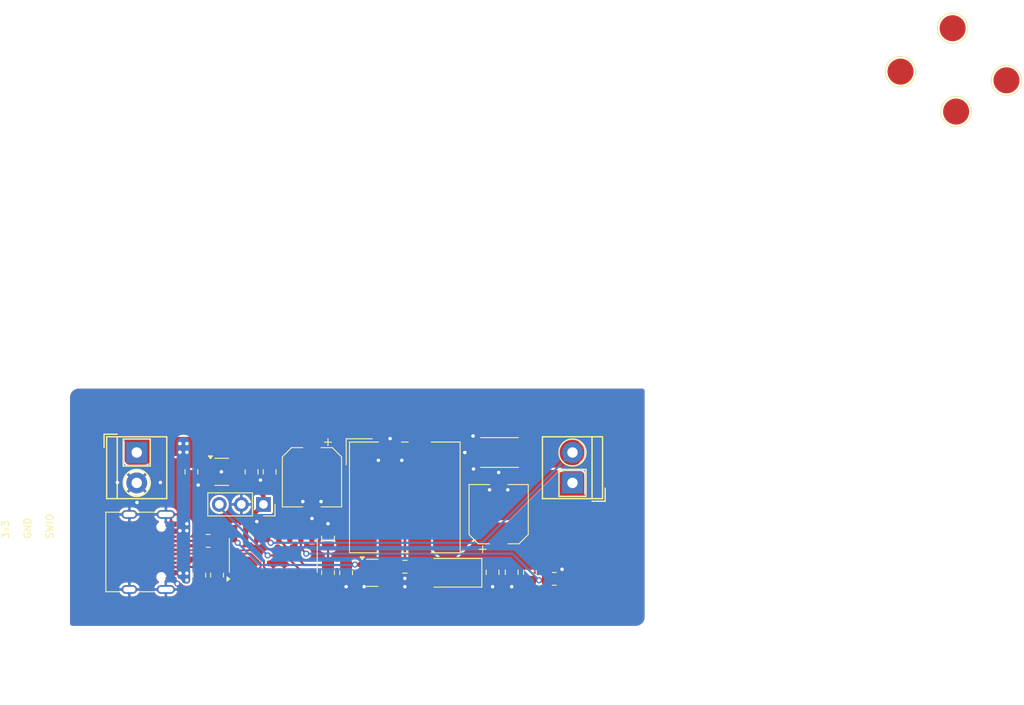
<source format=kicad_pcb>
(kicad_pcb (version 20240108) (generator "pcbnew") (generator_version "8.0")
  (title_block (title "CCCCPPPS") (date "2024-11-09") (rev "MkII") (comment 1 "ADBeta"))
  (layers (0 "F.Cu" signal) (31 "B.Cu" signal) (34 "B.Paste" user) (35 "F.Paste" user) (36 "B.SilkS" user "B.Silkscreen") (37 "F.SilkS" user "F.Silkscreen") (38 "B.Mask" user) (39 "F.Mask" user) (44 "Edge.Cuts" user))
  (net 0 "")
  (net 1 "GND")
  (net 2 "VBUS_5V_USB")
  (net 3 "VBUS_3V3")
  (net 4 "/L_IN")
  (net 5 "/L_OUT")
  (net 6 "VBUS_OUT_POS")
  (net 7 "/SWIO")
  (net 8 "/USB_DN")
  (net 9 "/USB_DP")
  (net 10 "Net-(J2-CC1)")
  (net 13 "Net-(J2-CC2)")
  (net 14 "VBUS_OUT_NEG")
  (net 15 "/PSU_PWM")
  (net 16 "/USB_DPU")
  (net 17 "/VOUT_FB")
  (net 18 "/ISENSE_OPA-")
  (net 19 "/ISENSE")
  (footprint "Resistor_SMD:R_0805_2012Metric" (layer "F.Cu") (at 142.9 150.8875 -90)
    (property "Reference" "R8" (hide yes))
    (property "Value" "220R")
    (fp_line (start -0.227064 0.735) (end 0.227064 0.735) (stroke (width 0.12)) (layer "F.SilkS"))
    (fp_line (start -0.227064 -0.735) (end 0.227064 -0.735) (stroke (width 0.12)) (layer "F.SilkS"))
    (pad "1" smd roundrect (at -0.9125 0 270) (size 1.025 1.4) (layers "F.Cu" "F.Paste" "F.Mask") (roundrect_rratio 0.243902) (net 1 "GND"))
    (pad "2" smd roundrect (at 0.9125 0 270) (size 1.025 1.4) (layers "F.Cu" "F.Paste" "F.Mask") (roundrect_rratio 0.243902) (net 18 "/ISENSE_OPA-"))
  )
  (footprint "TestPoint:TestPoint_Pad_D3.0mm" (layer "F.Cu") (at 221.0225 98.195)
    (property "Reference" "TP1" (hide yes))
    (property "Value" "VOUT")
    (fp_circle (center 0 0) (end 0 1.75) (stroke (width 0.12)) (fill none) (layer "F.SilkS"))
    (pad "1" smd circle (at 0 0) (size 3 3) (layers "F.Cu" "F.Mask") (net 6 "VBUS_OUT_POS"))
  )
  (footprint "Resistor_SMD:R_0805_2012Metric" (layer "F.Cu") (at 130.125 155.1625 -90)
    (property "Reference" "R3" (hide yes))
    (property "Value" "1K5")
    (fp_line (start -0.227064 0.735) (end 0.227064 0.735) (stroke (width 0.12)) (layer "F.SilkS"))
    (fp_line (start -0.227064 -0.735) (end 0.227064 -0.735) (stroke (width 0.12)) (layer "F.SilkS"))
    (pad "1" smd roundrect (at -0.9125 0 270) (size 1.025 1.4) (layers "F.Cu" "F.Paste" "F.Mask") (roundrect_rratio 0.243902) (net 8 "/USB_DN"))
    (pad "2" smd roundrect (at 0.9125 0 270) (size 1.025 1.4) (layers "F.Cu" "F.Paste" "F.Mask") (roundrect_rratio 0.243902) (net 16 "/USB_DPU"))
  )
  (footprint "Resistor_SMD:R_0805_2012Metric" (layer "F.Cu") (at 128.075 155.1625 -90)
    (property "Reference" "R2" (hide yes))
    (property "Value" "5K1")
    (fp_line (start -0.227064 0.735) (end 0.227064 0.735) (stroke (width 0.12)) (layer "F.SilkS"))
    (fp_line (start -0.227064 -0.735) (end 0.227064 -0.735) (stroke (width 0.12)) (layer "F.SilkS"))
    (pad "1" smd roundrect (at -0.9125 0 270) (size 1.025 1.4) (layers "F.Cu" "F.Paste" "F.Mask") (roundrect_rratio 0.243902) (net 13 "Net-(J2-CC2)"))
    (pad "2" smd roundrect (at 0.9125 0 270) (size 1.025 1.4) (layers "F.Cu" "F.Paste" "F.Mask") (roundrect_rratio 0.243902) (net 1 "GND"))
  )
  (footprint "Custom_Footprints:PCB_Terminal_Block_2-P3.5" (layer "F.Cu") (at 120.875 141.05 -90)
    (property "Reference" "J4" (hide yes))
    (property "Value" "CONN_IN" (hide yes))
    (fp_line (start -2.11 3.76) (end -0.600001 3.76) (stroke (width 0.16)) (layer "F.SilkS"))
    (fp_line (start 5.31 3.459999) (end -1.81 3.46) (stroke (width 0.16)) (layer "F.SilkS"))
    (fp_line (start -2.11 2.25) (end -2.11 3.76) (stroke (width 0.16)) (layer "F.SilkS"))
    (fp_line (start -1.81 2.25) (end 5.31 2.25) (stroke (width 0.16)) (layer "F.SilkS"))
    (fp_line (start -1.555 1.555) (end -1.555 -1.555) (stroke (width 0.16)) (layer "F.SilkS"))
    (fp_line (start 1.555 1.555) (end -1.555 1.555) (stroke (width 0.16)) (layer "F.SilkS"))
    (fp_line (start -1.555 -1.555) (end 1.555 -1.555) (stroke (width 0.16)) (layer "F.SilkS"))
    (fp_line (start 1.555 -1.555) (end 1.555 1.555) (stroke (width 0.16)) (layer "F.SilkS"))
    (fp_line (start 5.31 -3.459999) (end 5.31 3.459999) (stroke (width 0.16)) (layer "F.SilkS"))
    (fp_line (start -1.81 -3.46) (end -1.81 3.46) (stroke (width 0.16)) (layer "F.SilkS"))
    (fp_line (start -1.81 -3.46) (end 5.31 -3.459999) (stroke (width 0.16)) (layer "F.SilkS"))
    (fp_circle (center 3.5 0) (end 1.945 0) (stroke (width 0.16)) (fill none) (layer "F.SilkS"))
    (pad "1" thru_hole rect (at 0 0 270) (size 2.4 2.4) (drill 1.2) (layers "*.Cu" "*.Mask") (net 2 "VBUS_5V_USB"))
    (pad "2" thru_hole circle (at 3.5 0 270) (size 2.4 2.4) (drill 1.2) (layers "*.Cu" "*.Mask") (net 1 "GND"))
  )
  (footprint "Connector_PinSocket_2.54mm:PinSocket_1x03_P2.54mm_Vertical" (layer "F.Cu") (at 135.465 147.025 -90)
    (property "Reference" "J1" (hide yes))
    (property "Value" "PROG_HEADER" (hide yes))
    (fp_line (start -1.33 6.409999) (end 1.33 6.409999) (stroke (width 0.12)) (layer "F.SilkS"))
    (fp_line (start -1.33 1.270001) (end -1.33 6.409999) (stroke (width 0.12)) (layer "F.SilkS"))
    (fp_line (start -1.33 1.270001) (end 1.33 1.270001) (stroke (width 0.12)) (layer "F.SilkS"))
    (fp_line (start 1.33 1.270001) (end 1.33 6.409999) (stroke (width 0.12)) (layer "F.SilkS"))
    (fp_line (start 0 -1.33) (end 1.33 -1.33) (stroke (width 0.12)) (layer "F.SilkS"))
    (fp_line (start 1.33 -1.33) (end 1.33 0) (stroke (width 0.12)) (layer "F.SilkS"))
    (pad "1" thru_hole rect (at 0 0 270) (size 1.7 1.7) (drill 1) (layers "*.Cu" "*.Mask") (net 3 "VBUS_3V3"))
    (pad "2" thru_hole oval (at 0 2.54 270) (size 1.7 1.7) (drill 1) (layers "*.Cu" "*.Mask") (net 1 "GND"))
    (pad "3" thru_hole oval (at 0 5.079999 270) (size 1.7 1.7) (drill 1) (layers "*.Cu" "*.Mask") (net 7 "/SWIO"))
  )
  (footprint "Package_TO_SOT_SMD:SOT-23-5" (layer "F.Cu") (at 130.6625 143.275001)
    (property "Reference" "U3" (hide yes))
    (property "Value" "AP2112K-3.3")
    (fp_line (start 0 -1.56) (end -0.8 -1.56) (stroke (width 0.12)) (layer "F.SilkS"))
    (fp_line (start 0 -1.56) (end 0.8 -1.56) (stroke (width 0.12)) (layer "F.SilkS"))
    (fp_line (start 0 1.56) (end -0.8 1.56) (stroke (width 0.12)) (layer "F.SilkS"))
    (fp_line (start 0 1.56) (end 0.8 1.56) (stroke (width 0.12)) (layer "F.SilkS"))
    (fp_poly (pts (xy -1.3 -1.51) (xy -1.54 -1.84) (xy -1.06 -1.84) (xy -1.3 -1.51)) (stroke (width 0.12)) (fill solid) (layer "F.SilkS"))
    (pad "1" smd roundrect (at -1.1375 -0.95) (size 1.325 0.6) (layers "F.Cu" "F.Paste" "F.Mask") (net 2 "VBUS_5V_USB"))
    (pad "2" smd roundrect (at -1.1375 0) (size 1.325 0.6) (layers "F.Cu" "F.Paste" "F.Mask") (net 1 "GND"))
    (pad "3" smd roundrect (at -1.1375 0.95) (size 1.325 0.6) (layers "F.Cu" "F.Paste" "F.Mask") (net 2 "VBUS_5V_USB"))
    (pad "4" smd roundrect (at 1.1375 0.95) (size 1.325 0.6) (layers "F.Cu" "F.Paste" "F.Mask"))
    (pad "5" smd roundrect (at 1.1375 -0.95) (size 1.325 0.6) (layers "F.Cu" "F.Paste" "F.Mask") (net 3 "VBUS_3V3"))
  )
  (footprint "Resistor_SMD:R_0805_2012Metric" (layer "F.Cu") (at 166.15 154.85 -90)
    (property "Reference" "R5" (hide yes))
    (property "Value" "39K")
    (fp_line (start -0.227064 0.735) (end 0.227064 0.735) (stroke (width 0.12)) (layer "F.SilkS"))
    (fp_line (start -0.227064 -0.735) (end 0.227064 -0.735) (stroke (width 0.12)) (layer "F.SilkS"))
    (pad "1" smd roundrect (at -0.9125 0 270) (size 1.025 1.4) (layers "F.Cu" "F.Paste" "F.Mask") (roundrect_rratio 0.243902) (net 6 "VBUS_OUT_POS"))
    (pad "2" smd roundrect (at 0.9125 0 270) (size 1.025 1.4) (layers "F.Cu" "F.Paste" "F.Mask") (roundrect_rratio 0.243902) (net 17 "/VOUT_FB"))
  )
  (footprint "Capacitor_SMD:CP_Elec_6.3x5.2" (layer "F.Cu") (at 141.05 143.9 -90)
    (property "Reference" "C8" (hide yes))
    (property "Value" "100uF")
    (fp_line (start -2.345563 3.410001) (end 3.41 3.41) (stroke (width 0.12)) (layer "F.SilkS"))
    (fp_line (start 3.41 3.41) (end 3.41 1.06) (stroke (width 0.12)) (layer "F.SilkS"))
    (fp_line (start -3.410001 2.345563) (end -2.345563 3.410001) (stroke (width 0.12)) (layer "F.SilkS"))
    (fp_line (start -3.410001 2.345563) (end -3.41 1.06) (stroke (width 0.12)) (layer "F.SilkS"))
    (fp_line (start -4.4375 -1.8475) (end -3.65 -1.8475) (stroke (width 0.12)) (layer "F.SilkS"))
    (fp_line (start -4.04375 -2.24125) (end -4.043751 -1.45375) (stroke (width 0.12)) (layer "F.SilkS"))
    (fp_line (start -3.410001 -2.345563) (end -3.41 -1.06) (stroke (width 0.12)) (layer "F.SilkS"))
    (fp_line (start -3.410001 -2.345563) (end -2.345563 -3.410001) (stroke (width 0.12)) (layer "F.SilkS"))
    (fp_line (start 3.41 -3.41) (end 3.41 -1.06) (stroke (width 0.12)) (layer "F.SilkS"))
    (fp_line (start -2.345563 -3.410001) (end 3.41 -3.41) (stroke (width 0.12)) (layer "F.SilkS"))
    (pad "1" smd roundrect (at -2.8 0 270) (size 3.5 1.6) (layers "F.Cu" "F.Paste" "F.Mask") (roundrect_rratio 0.15625) (net 2 "VBUS_5V_USB"))
    (pad "2" smd roundrect (at 2.8 0 270) (size 3.5 1.6) (layers "F.Cu" "F.Paste" "F.Mask") (roundrect_rratio 0.15625) (net 1 "GND"))
  )
  (footprint "Resistor_SMD:R_0805_2012Metric" (layer "F.Cu") (at 144.987501 154.899999 -90)
    (property "Reference" "R4" (hide yes))
    (property "Value" "10K")
    (fp_line (start -0.227064 0.735) (end 0.227064 0.735) (stroke (width 0.12)) (layer "F.SilkS"))
    (fp_line (start -0.227064 -0.735) (end 0.227064 -0.735) (stroke (width 0.12)) (layer "F.SilkS"))
    (pad "1" smd roundrect (at -0.9125 0 270) (size 1.025 1.4) (layers "F.Cu" "F.Paste" "F.Mask") (roundrect_rratio 0.243902) (net 15 "/PSU_PWM"))
    (pad "2" smd roundrect (at 0.9125 0 270) (size 1.025 1.4) (layers "F.Cu" "F.Paste" "F.Mask") (roundrect_rratio 0.243902) (net 1 "GND"))
  )
  (footprint "Connector_USB:USB_C_Receptacle_G-Switch_GT-USB-7010ASV" (layer "F.Cu") (at 121.1 152.5 -90)
    (property "Reference" "J2" (hide yes))
    (property "Value" "USB_C")
    (fp_line (start -4.58 3.785) (end -4.58 2.08) (stroke (width 0.12)) (layer "F.SilkS"))
    (fp_line (start 4.58 3.785) (end -4.58 3.785) (stroke (width 0.12)) (layer "F.SilkS"))
    (fp_line (start 4.58 2.08) (end 4.58 3.785) (stroke (width 0.12)) (layer "F.SilkS"))
    (fp_line (start 4.580001 0.07) (end 4.580001 -1.85) (stroke (width 0.12)) (layer "F.SilkS"))
    (fp_line (start -4.580001 -1.85) (end -4.580001 0.07) (stroke (width 0.12)) (layer "F.SilkS"))
    (pad "" np_thru_hole circle (at -2.89 -2.605 270) (size 0.65 0.65) (drill 0.65) (layers "*.Cu" "*.Mask"))
    (pad "" np_thru_hole circle (at 2.89 -2.605 270) (size 0.65 0.65) (drill 0.65) (layers "*.Cu" "*.Mask"))
    (pad "A1" smd rect (at -3.2 -3.725 270) (size 0.6 1.24) (layers "F.Cu" "F.Paste" "F.Mask") (net 1 "GND"))
    (pad "A4" smd rect (at -2.4 -3.725 270) (size 0.6 1.24) (layers "F.Cu" "F.Paste" "F.Mask") (net 2 "VBUS_5V_USB"))
    (pad "A5" smd rect (at -1.25 -3.725 270) (size 0.3 1.24) (layers "F.Cu" "F.Paste" "F.Mask") (net 10 "Net-(J2-CC1)"))
    (pad "A6" smd rect (at -0.25 -3.725 270) (size 0.3 1.24) (layers "F.Cu" "F.Paste" "F.Mask") (net 9 "/USB_DP"))
    (pad "A7" smd rect (at 0.25 -3.725 270) (size 0.3 1.24) (layers "F.Cu" "F.Paste" "F.Mask") (net 8 "/USB_DN"))
    (pad "A8" smd rect (at 1.25 -3.725 270) (size 0.3 1.24) (layers "F.Cu" "F.Paste" "F.Mask"))
    (pad "A9" smd rect (at 2.4 -3.725 270) (size 0.6 1.24) (layers "F.Cu" "F.Paste" "F.Mask") (net 2 "VBUS_5V_USB"))
    (pad "A12" smd rect (at 3.2 -3.725 270) (size 0.6 1.24) (layers "F.Cu" "F.Paste" "F.Mask") (net 1 "GND"))
    (pad "B1" smd rect (at 3.2 -3.725 270) (size 0.6 1.24) (layers "F.Cu" "F.Paste" "F.Mask") (net 1 "GND"))
    (pad "B4" smd rect (at 2.4 -3.725 270) (size 0.6 1.24) (layers "F.Cu" "F.Paste" "F.Mask") (net 2 "VBUS_5V_USB"))
    (pad "B5" smd rect (at 1.75 -3.725 270) (size 0.3 1.24) (layers "F.Cu" "F.Paste" "F.Mask") (net 13 "Net-(J2-CC2)"))
    (pad "B6" smd rect (at 0.75 -3.725 270) (size 0.3 1.24) (layers "F.Cu" "F.Paste" "F.Mask") (net 9 "/USB_DP"))
    (pad "B7" smd rect (at -0.75 -3.725 270) (size 0.3 1.24) (layers "F.Cu" "F.Paste" "F.Mask") (net 8 "/USB_DN"))
    (pad "B8" smd rect (at -1.75 -3.725 270) (size 0.3 1.24) (layers "F.Cu" "F.Paste" "F.Mask"))
    (pad "B9" smd rect (at -2.4 -3.725 270) (size 0.6 1.24) (layers "F.Cu" "F.Paste" "F.Mask") (net 2 "VBUS_5V_USB"))
    (pad "B12" smd rect (at -3.2 -3.725 270) (size 0.6 1.24) (layers "F.Cu" "F.Paste" "F.Mask") (net 1 "GND"))
    (pad "S1" thru_hole oval (at -4.32 -3.125 270) (size 1 2.1) (drill oval 0.6 1.7) (layers "*.Cu" "*.Mask") (net 1 "GND"))
    (pad "S1" thru_hole oval (at -4.32 1.075 270) (size 1 1.8) (drill oval 0.6 1.4) (layers "*.Cu" "*.Mask") (net 1 "GND"))
    (pad "S1" thru_hole oval (at 4.32 -3.125 270) (size 1 2.1) (drill oval 0.6 1.7) (layers "*.Cu" "*.Mask") (net 1 "GND"))
    (pad "S1" thru_hole oval (at 4.32 1.075 270) (size 1 1.8) (drill oval 0.6 1.4) (layers "*.Cu" "*.Mask") (net 1 "GND"))
  )
  (footprint "Package_TO_SOT_SMD:SOT-23" (layer "F.Cu") (at 148 154.9)
    (property "Reference" "Q1" (hide yes))
    (property "Value" "AO3400A")
    (fp_line (start 0 -1.560001) (end -0.65 -1.56) (stroke (width 0.12)) (layer "F.SilkS"))
    (fp_line (start 0 -1.560001) (end 0.65 -1.56) (stroke (width 0.12)) (layer "F.SilkS"))
    (fp_line (start 0 1.560001) (end -0.65 1.56) (stroke (width 0.12)) (layer "F.SilkS"))
    (fp_line (start 0 1.560001) (end 0.65 1.56) (stroke (width 0.12)) (layer "F.SilkS"))
    (fp_poly (pts (xy -1.1625 -1.51) (xy -1.4025 -1.84) (xy -0.9225 -1.839999) (xy -1.1625 -1.51)) (stroke (width 0.12)) (fill solid) (layer "F.SilkS"))
    (pad "1" smd roundrect (at -0.9375 -0.95) (size 1.475 0.6) (layers "F.Cu" "F.Paste" "F.Mask") (net 15 "/PSU_PWM"))
    (pad "2" smd roundrect (at -0.9375 0.95) (size 1.475 0.6) (layers "F.Cu" "F.Paste" "F.Mask") (net 1 "GND"))
    (pad "3" smd roundrect (at 0.937501 0) (size 1.475 0.6) (layers "F.Cu" "F.Paste" "F.Mask") (net 4 "/L_IN"))
  )
  (footprint "Resistor_SMD:R_0805_2012Metric" (layer "F.Cu") (at 129.1 151.225)
    (property "Reference" "R1" (hide yes))
    (property "Value" "5K1")
    (fp_line (start -0.227064 -0.735) (end 0.227064 -0.735) (stroke (width 0.12)) (layer "F.SilkS"))
    (fp_line (start -0.227064 0.735) (end 0.227064 0.735) (stroke (width 0.12)) (layer "F.SilkS"))
    (pad "1" smd roundrect (at -0.9125 0) (size 1.025 1.4) (layers "F.Cu" "F.Paste" "F.Mask") (roundrect_rratio 0.243902) (net 10 "Net-(J2-CC1)"))
    (pad "2" smd roundrect (at 0.9125 0) (size 1.025 1.4) (layers "F.Cu" "F.Paste" "F.Mask") (roundrect_rratio 0.243902) (net 1 "GND"))
  )
  (footprint "Capacitor_SMD:C_0805_2012Metric" (layer "F.Cu") (at 134.1 143.275001 -90)
    (property "Reference" "C2" (hide yes))
    (property "Value" "10uF")
    (fp_line (start -0.261253 0.735) (end 0.261253 0.735) (stroke (width 0.12)) (layer "F.SilkS"))
    (fp_line (start -0.261253 -0.735) (end 0.261253 -0.735) (stroke (width 0.12)) (layer "F.SilkS"))
    (pad "1" smd roundrect (at -0.949999 0 270) (size 1 1.45) (layers "F.Cu" "F.Paste" "F.Mask") (net 3 "VBUS_3V3"))
    (pad "2" smd roundrect (at 0.949999 0 270) (size 1 1.45) (layers "F.Cu" "F.Paste" "F.Mask") (net 1 "GND"))
  )
  (footprint "Capacitor_SMD:C_0805_2012Metric" (layer "F.Cu") (at 161.85 154.849999 -90)
    (property "Reference" "C6" (hide yes))
    (property "Value" "10uF")
    (fp_line (start -0.261253 0.735) (end 0.261253 0.735) (stroke (width 0.12)) (layer "F.SilkS"))
    (fp_line (start -0.261253 -0.735) (end 0.261253 -0.735) (stroke (width 0.12)) (layer "F.SilkS"))
    (pad "1" smd roundrect (at -0.949999 0 270) (size 1 1.45) (layers "F.Cu" "F.Paste" "F.Mask") (net 6 "VBUS_OUT_POS"))
    (pad "2" smd roundrect (at 0.949999 0 270) (size 1 1.45) (layers "F.Cu" "F.Paste" "F.Mask") (net 1 "GND"))
  )
  (footprint "Package_SO:SOP-16_3.9x9.9mm_P1.27mm" (layer "F.Cu") (at 136.6 152.8875 90)
    (property "Reference" "U2" (hide yes))
    (property "Value" "CH32V003AxMx")
    (fp_line (start 0 -5.06) (end 1.95 -5.06) (stroke (width 0.12)) (layer "F.SilkS"))
    (fp_line (start 0 -5.06) (end -1.95 -5.06) (stroke (width 0.12)) (layer "F.SilkS"))
    (fp_line (start 0 5.06) (end 1.95 5.06) (stroke (width 0.12)) (layer "F.SilkS"))
    (fp_line (start 0 5.06) (end -1.95 5.06) (stroke (width 0.12)) (layer "F.SilkS"))
    (fp_poly (pts (xy -2.725 -5.004999) (xy -2.965 -5.335) (xy -2.485 -5.335) (xy -2.725 -5.004999)) (stroke (width 0.12)) (fill solid) (layer "F.SilkS"))
    (pad "1" smd roundrect (at -2.5 -4.445001 90) (size 2 0.6) (layers "F.Cu" "F.Paste" "F.Mask"))
    (pad "2" smd roundrect (at -2.5 -3.175 90) (size 2 0.6) (layers "F.Cu" "F.Paste" "F.Mask") (net 16 "/USB_DPU"))
    (pad "3" smd roundrect (at -2.5 -1.904999 90) (size 2 0.6) (layers "F.Cu" "F.Paste" "F.Mask") (net 8 "/USB_DN"))
    (pad "4" smd roundrect (at -2.5 -0.635 90) (size 2 0.6) (layers "F.Cu" "F.Paste" "F.Mask") (net 9 "/USB_DP"))
    (pad "5" smd roundrect (at -2.5 0.635 90) (size 2 0.6) (layers "F.Cu" "F.Paste" "F.Mask"))
    (pad "6" smd roundrect (at -2.5 1.904999 90) (size 2 0.6) (layers "F.Cu" "F.Paste" "F.Mask"))
    (pad "7" smd roundrect (at -2.5 3.175 90) (size 2 0.6) (layers "F.Cu" "F.Paste" "F.Mask") (net 7 "/SWIO"))
    (pad "8" smd roundrect (at -2.5 4.445001 90) (size 2 0.6) (layers "F.Cu" "F.Paste" "F.Mask") (net 19 "/ISENSE"))
    (pad "9" smd roundrect (at 2.5 4.445001 90) (size 2 0.6) (layers "F.Cu" "F.Paste" "F.Mask"))
    (pad "10" smd roundrect (at 2.5 3.175 90) (size 2 0.6) (layers "F.Cu" "F.Paste" "F.Mask") (net 17 "/VOUT_FB"))
    (pad "11" smd roundrect (at 2.5 1.904999 90) (size 2 0.6) (layers "F.Cu" "F.Paste" "F.Mask"))
    (pad "12" smd roundrect (at 2.5 0.635 90) (size 2 0.6) (layers "F.Cu" "F.Paste" "F.Mask") (net 18 "/ISENSE_OPA-"))
    (pad "13" smd roundrect (at 2.5 -0.635 90) (size 2 0.6) (layers "F.Cu" "F.Paste" "F.Mask") (net 14 "VBUS_OUT_NEG"))
    (pad "14" smd roundrect (at 2.5 -1.904999 90) (size 2 0.6) (layers "F.Cu" "F.Paste" "F.Mask") (net 1 "GND"))
    (pad "15" smd roundrect (at 2.5 -3.175 90) (size 2 0.6) (layers "F.Cu" "F.Paste" "F.Mask") (net 3 "VBUS_3V3"))
    (pad "16" smd roundrect (at 2.5 -4.445001 90) (size 2 0.6) (layers "F.Cu" "F.Paste" "F.Mask") (net 15 "/PSU_PWM"))
  )
  (footprint "Capacitor_SMD:C_0805_2012Metric" (layer "F.Cu") (at 136.175 143.275001 90)
    (property "Reference" "C3" (hide yes))
    (property "Value" "100nF")
    (fp_line (start -0.261253 -0.735) (end 0.261253 -0.735) (stroke (width 0.12)) (layer "F.SilkS"))
    (fp_line (start -0.261253 0.735) (end 0.261253 0.735) (stroke (width 0.12)) (layer "F.SilkS"))
    (pad "1" smd roundrect (at -0.949999 0 90) (size 1 1.45) (layers "F.Cu" "F.Paste" "F.Mask") (net 1 "GND"))
    (pad "2" smd roundrect (at 0.949999 0 90) (size 1 1.45) (layers "F.Cu" "F.Paste" "F.Mask") (net 3 "VBUS_3V3"))
  )
  (footprint "Capacitor_SMD:C_0805_2012Metric" (layer "F.Cu") (at 151.75 154.2)
    (property "Reference" "C4" (hide yes))
    (property "Value" "10uF")
    (fp_line (start -0.261253 -0.735) (end 0.261253 -0.735) (stroke (width 0.12)) (layer "F.SilkS"))
    (fp_line (start -0.261253 0.735) (end 0.261253 0.735) (stroke (width 0.12)) (layer "F.SilkS"))
    (pad "1" smd roundrect (at -0.949999 0) (size 1 1.45) (layers "F.Cu" "F.Paste" "F.Mask") (net 4 "/L_IN"))
    (pad "2" smd roundrect (at 0.949999 0) (size 1 1.45) (layers "F.Cu" "F.Paste" "F.Mask") (net 5 "/L_OUT"))
  )
  (footprint "TestPoint:TestPoint_Pad_D3.0mm" (layer "F.Cu") (at 214.8225 92.195)
    (property "Reference" "TP2" (hide yes))
    (property "Value" "5V")
    (fp_circle (center 0 0) (end 0 1.75) (stroke (width 0.12)) (fill none) (layer "F.SilkS"))
    (pad "1" smd circle (at 0 0) (size 3 3) (layers "F.Cu" "F.Mask") (net 2 "VBUS_5V_USB"))
  )
  (footprint "Inductor_SMD:L_Bourns_SRF1260" (layer "F.Cu") (at 151.7425 146.2175)
    (property "Reference" "L1" (hide yes))
    (property "Value" "SRF1260-101M")
    (fp_line (start -6.75 -6.75) (end -3.75 -6.75) (stroke (width 0.12)) (layer "F.SilkS"))
    (fp_line (start -6.75 -3.75) (end -6.75 -6.75) (stroke (width 0.12)) (layer "F.SilkS"))
    (fp_line (start -6.37 -6.37) (end -6.37 6.37) (stroke (width 0.12)) (layer "F.SilkS"))
    (fp_line (start -6.37 -6.37) (end -3.04 -6.37) (stroke (width 0.12)) (layer "F.SilkS"))
    (fp_line (start -6.37 6.37) (end -3.04 6.37) (stroke (width 0.12)) (layer "F.SilkS"))
    (fp_line (start -0.39 -6.37) (end 0.39 -6.37) (stroke (width 0.12)) (layer "F.SilkS"))
    (fp_line (start -0.39 6.37) (end 0.39 6.37) (stroke (width 0.12)) (layer "F.SilkS"))
    (fp_line (start 3.04 -6.37) (end 6.37 -6.37) (stroke (width 0.12)) (layer "F.SilkS"))
    (fp_line (start 3.04 6.37) (end 6.37 6.37) (stroke (width 0.12)) (layer "F.SilkS"))
    (fp_line (start 6.37 -6.37) (end 6.37 6.37) (stroke (width 0.12)) (layer "F.SilkS"))
    (pad "1" smd roundrect (at -1.715 -4.25) (size 2.15 4.5) (layers "F.Cu" "F.Paste" "F.Mask") (net 1 "GND"))
    (pad "2" smd roundrect (at 1.715 -4.25) (size 2.15 4.5) (layers "F.Cu" "F.Paste" "F.Mask") (net 2 "VBUS_5V_USB"))
    (pad "3" smd roundrect (at 1.715 4.25) (size 2.15 4.5) (layers "F.Cu" "F.Paste" "F.Mask") (net 5 "/L_OUT"))
    (pad "4" smd roundrect (at -1.715 4.25) (size 2.15 4.5) (layers "F.Cu" "F.Paste" "F.Mask") (net 4 "/L_IN"))
  )
  (footprint "Capacitor_SMD:C_0805_2012Metric" (layer "F.Cu") (at 164.05 154.849999 -90)
    (property "Reference" "C5" (hide yes))
    (property "Value" "100nF")
    (fp_line (start -0.261253 0.735) (end 0.261253 0.735) (stroke (width 0.12)) (layer "F.SilkS"))
    (fp_line (start -0.261253 -0.735) (end 0.261253 -0.735) (stroke (width 0.12)) (layer "F.SilkS"))
    (pad "1" smd roundrect (at -0.949999 0 270) (size 1 1.45) (layers "F.Cu" "F.Paste" "F.Mask") (net 6 "VBUS_OUT_POS"))
    (pad "2" smd roundrect (at 0.949999 0 270) (size 1 1.45) (layers "F.Cu" "F.Paste" "F.Mask") (net 1 "GND"))
  )
  (footprint "Resistor_SMD:R_0805_2012Metric" (layer "F.Cu") (at 142.9 154.887499 -90)
    (property "Reference" "R7" (hide yes))
    (property "Value" "2K")
    (fp_line (start -0.227064 0.735) (end 0.227064 0.735) (stroke (width 0.12)) (layer "F.SilkS"))
    (fp_line (start -0.227064 -0.735) (end 0.227064 -0.735) (stroke (width 0.12)) (layer "F.SilkS"))
    (pad "1" smd roundrect (at -0.9125 0 270) (size 1.025 1.4) (layers "F.Cu" "F.Paste" "F.Mask") (roundrect_rratio 0.243902) (net 18 "/ISENSE_OPA-"))
    (pad "2" smd roundrect (at 0.9125 0 270) (size 1.025 1.4) (layers "F.Cu" "F.Paste" "F.Mask") (roundrect_rratio 0.243902) (net 19 "/ISENSE"))
  )
  (footprint "TestPoint:TestPoint_Pad_D3.0mm" (layer "F.Cu") (at 215.2225 101.795)
    (property "Reference" "TP4" (hide yes))
    (property "Value" "GND")
    (fp_circle (center 0 0) (end 0 1.75) (stroke (width 0.12)) (fill none) (layer "F.SilkS"))
    (pad "1" smd circle (at 0 0) (size 3 3) (layers "F.Cu" "F.Mask") (net 1 "GND"))
  )
  (footprint "Custom_Footprints:PCB_Terminal_Block_2-P3.5" (layer "F.Cu") (at 171.05 144.55 90)
    (property "Reference" "J3" (hide yes))
    (property "Value" "CONN_OUT" (hide yes))
    (fp_line (start -1.81 -3.46) (end 5.31 -3.459999) (stroke (width 0.16)) (layer "F.SilkS"))
    (fp_line (start -1.81 -3.46) (end -1.81 3.46) (stroke (width 0.16)) (layer "F.SilkS"))
    (fp_line (start 5.31 -3.459999) (end 5.31 3.459999) (stroke (width 0.16)) (layer "F.SilkS"))
    (fp_line (start 1.555 -1.555) (end 1.555 1.555) (stroke (width 0.16)) (layer "F.SilkS"))
    (fp_line (start -1.555 -1.555) (end 1.555 -1.555) (stroke (width 0.16)) (layer "F.SilkS"))
    (fp_line (start 1.555 1.555) (end -1.555 1.555) (stroke (width 0.16)) (layer "F.SilkS"))
    (fp_line (start -1.555 1.555) (end -1.555 -1.555) (stroke (width 0.16)) (layer "F.SilkS"))
    (fp_line (start -1.81 2.25) (end 5.31 2.25) (stroke (width 0.16)) (layer "F.SilkS"))
    (fp_line (start -2.11 2.25) (end -2.11 3.76) (stroke (width 0.16)) (layer "F.SilkS"))
    (fp_line (start 5.31 3.459999) (end -1.81 3.46) (stroke (width 0.16)) (layer "F.SilkS"))
    (fp_line (start -2.11 3.76) (end -0.600001 3.76) (stroke (width 0.16)) (layer "F.SilkS"))
    (fp_circle (center 3.5 0) (end 1.945 0) (stroke (width 0.16)) (fill none) (layer "F.SilkS"))
    (pad "1" thru_hole rect (at 0 0 90) (size 2.4 2.4) (drill 1.2) (layers "*.Cu" "*.Mask") (net 6 "VBUS_OUT_POS"))
    (pad "2" thru_hole circle (at 3.5 0 90) (size 2.4 2.4) (drill 1.2) (layers "*.Cu" "*.Mask") (net 14 "VBUS_OUT_NEG"))
  )
  (footprint "Resistor_SMD:R_0805_2012Metric" (layer "F.Cu") (at 168.95 155.6)
    (property "Reference" "R6" (hide yes))
    (property "Value" "10K")
    (fp_line (start -0.227064 -0.735) (end 0.227064 -0.735) (stroke (width 0.12)) (layer "F.SilkS"))
    (fp_line (start -0.227064 0.735) (end 0.227064 0.735) (stroke (width 0.12)) (layer "F.SilkS"))
    (pad "1" smd roundrect (at -0.9125 0) (size 1.025 1.4) (layers "F.Cu" "F.Paste" "F.Mask") (roundrect_rratio 0.243902) (net 17 "/VOUT_FB"))
    (pad "2" smd roundrect (at 0.9125 0) (size 1.025 1.4) (layers "F.Cu" "F.Paste" "F.Mask") (roundrect_rratio 0.243902) (net 1 "GND"))
  )
  (footprint "TestPoint:TestPoint_Pad_D3.0mm" (layer "F.Cu") (at 208.8225 97.195)
    (property "Reference" "TP3" (hide yes))
    (property "Value" "3V3")
    (fp_circle (center 0 0) (end 0 1.75) (stroke (width 0.12)) (fill none) (layer "F.SilkS"))
    (pad "1" smd circle (at 0 0) (size 3 3) (layers "F.Cu" "F.Mask") (net 3 "VBUS_3V3"))
  )
  (footprint "Diode_SMD:D_SMA" (layer "F.Cu") (at 157.1 154.9 180)
    (property "Reference" "D1" (hide yes))
    (property "Value" "SS34")
    (fp_line (start -3.51 1.65) (end 2 1.65) (stroke (width 0.12)) (layer "F.SilkS"))
    (fp_line (start -3.51 -1.65) (end 2 -1.65) (stroke (width 0.12)) (layer "F.SilkS"))
    (fp_line (start -3.51 -1.65) (end -3.51 1.65) (stroke (width 0.12)) (layer "F.SilkS"))
    (pad "1" smd roundrect (at -2.000001 0 180) (size 2.5 1.8) (layers "F.Cu" "F.Paste" "F.Mask") (roundrect_rratio 0.1388888889) (net 6 "VBUS_OUT_POS"))
    (pad "2" smd roundrect (at 2.000001 0 180) (size 2.5 1.8) (layers "F.Cu" "F.Paste" "F.Mask") (roundrect_rratio 0.1388888889) (net 5 "/L_OUT"))
  )
  (footprint "Resistor_SMD:R_2512_6332Metric_Pad1.40x3.35mm_HandSolder" (layer "F.Cu") (at 162.65 141.05 180)
    (property "Reference" "R9" (hide yes))
    (property "Value" "330mR")
    (fp_line (start -2.177064 1.71) (end 2.177064 1.71) (stroke (width 0.12)) (layer "F.SilkS"))
    (fp_line (start -2.177064 -1.71) (end 2.177064 -1.71) (stroke (width 0.12)) (layer "F.SilkS"))
    (pad "1" smd roundrect (at -3.05 0 180) (size 1.4 3.35) (layers "F.Cu" "F.Paste" "F.Mask") (roundrect_rratio 0.178571) (net 14 "VBUS_OUT_NEG"))
    (pad "2" smd roundrect (at 3.05 0 180) (size 1.4 3.35) (layers "F.Cu" "F.Paste" "F.Mask") (roundrect_rratio 0.178571) (net 1 "GND"))
  )
  (footprint "Capacitor_SMD:C_0805_2012Metric" (layer "F.Cu") (at 127.175 143.275001 -90)
    (property "Reference" "C1" (hide yes))
    (property "Value" "10uF")
    (fp_line (start -0.261253 0.735) (end 0.261253 0.735) (stroke (width 0.12)) (layer "F.SilkS"))
    (fp_line (start -0.261253 -0.735) (end 0.261253 -0.735) (stroke (width 0.12)) (layer "F.SilkS"))
    (pad "1" smd roundrect (at -0.949999 0 270) (size 1 1.45) (layers "F.Cu" "F.Paste" "F.Mask") (net 2 "VBUS_5V_USB"))
    (pad "2" smd roundrect (at 0.949999 0 270) (size 1 1.45) (layers "F.Cu" "F.Paste" "F.Mask") (net 1 "GND"))
  )
  (footprint "Capacitor_SMD:CP_Elec_6.3x5.2" (layer "F.Cu") (at 162.55 148.15 90)
    (property "Reference" "C7" (hide yes))
    (property "Value" "100uF")
    (fp_line (start -2.345563 -3.410001) (end 3.41 -3.41) (stroke (width 0.12)) (layer "F.SilkS"))
    (fp_line (start 3.41 -3.41) (end 3.41 -1.06) (stroke (width 0.12)) (layer "F.SilkS"))
    (fp_line (start -3.410001 -2.345563) (end -2.345563 -3.410001) (stroke (width 0.12)) (layer "F.SilkS"))
    (fp_line (start -3.410001 -2.345563) (end -3.41 -1.06) (stroke (width 0.12)) (layer "F.SilkS"))
    (fp_line (start -4.04375 -2.24125) (end -4.043751 -1.45375) (stroke (width 0.12)) (layer "F.SilkS"))
    (fp_line (start -4.4375 -1.8475) (end -3.65 -1.8475) (stroke (width 0.12)) (layer "F.SilkS"))
    (fp_line (start -3.410001 2.345563) (end -3.41 1.06) (stroke (width 0.12)) (layer "F.SilkS"))
    (fp_line (start -3.410001 2.345563) (end -2.345563 3.410001) (stroke (width 0.12)) (layer "F.SilkS"))
    (fp_line (start 3.41 3.41) (end 3.41 1.06) (stroke (width 0.12)) (layer "F.SilkS"))
    (fp_line (start -2.345563 3.410001) (end 3.41 3.41) (stroke (width 0.12)) (layer "F.SilkS"))
    (pad "1" smd roundrect (at -2.8 0 90) (size 3.5 1.6) (layers "F.Cu" "F.Paste" "F.Mask") (roundrect_rratio 0.15625) (net 6 "VBUS_OUT_POS"))
    (pad "2" smd roundrect (at 2.8 0 90) (size 3.5 1.6) (layers "F.Cu" "F.Paste" "F.Mask") (roundrect_rratio 0.15625) (net 1 "GND"))
  )
  (gr_text "3v3" (at 105.775 151.051 90) (layer "F.SilkS") (effects (font (size 0.8 0.8) (thickness 0.1)) (justify left)))
  (gr_text "GND" (at 108.315 151.051 90) (layer "F.SilkS") (effects (font (size 0.8 0.8) (thickness 0.1)) (justify left)))
  (gr_text "SWIO" (at 110.855 151.051 90) (layer "F.SilkS") (effects (font (size 0.8 0.8) (thickness 0.1)) (justify left)))
  (segment (start 161.85 156.5) (end 161.85 155.799998) (width 0.25) (layer "F.Cu") (net 1))
  (segment (start 142.9 149.975) (end 142.9 149.437499) (width 0.25) (layer "F.Cu") (net 1))
  (segment (start 134.695001 150.3875) (end 134.695001 149.004999) (width 0.4) (layer "F.Cu") (net 1))
  (segment (start 127.95 144.8) (end 127.5 144.35) (width 0.5) (layer "F.Cu") (net 1))
  (segment (start 125.1 155.7) (end 125.55 156.15) (width 0.5) (layer "F.Cu") (net 1))
  (segment (start 129.525 143.275001) (end 130.625 143.275001) (width 0.4) (layer "F.Cu") (net 1))
  (segment (start 134.695001 149.004999) (end 134.7 149) (width 0.4) (layer "F.Cu") (net 1))
  (segment (start 147.062501 155.849999) (end 145.025001 155.849999) (width 0.25) (layer "F.Cu") (net 1))
  (segment (start 144.987501 156.5) (end 144.987501 155.812499) (width 0.25) (layer "F.Cu") (net 1))
  (segment (start 147.0625 156.5) (end 147.0625 155.85) (width 0.25) (layer "F.Cu") (net 1))
  (segment (start 136.175 144.225) (end 134.1 144.225) (width 0.5) (layer "F.Cu") (net 1))
  (segment (start 145.025001 155.849999) (end 144.987501 155.812499) (width 0.25) (layer "F.Cu") (net 1))
  (segment (start 124.825 155.7) (end 125.1 155.7) (width 0.5) (layer "F.Cu") (net 1))
  (segment (start 164.05 156.5) (end 164.05 155.799998) (width 0.25) (layer "F.Cu") (net 1))
  (via (at 130.625 143.275001) (size 0.7) (drill 0.4) (layers "F.Cu" "B.Cu") (net 1))
  (via (at 150.05 139.45) (size 0.7) (drill 0.4) (layers "F.Cu" "B.Cu") (net 1))
  (via (at 164.05 156.5) (size 0.7) (drill 0.4) (layers "F.Cu" "B.Cu") (net 1))
  (via (at 159.65 142.95) (size 0.7) (drill 0.4) (layers "F.Cu" "B.Cu") (net 1))
  (via (at 169.85 154.5) (size 0.7) (drill 0.4) (layers "F.Cu" "B.Cu") (net 1))
  (via (at 161.85 156.5) (size 0.7) (drill 0.4) (layers "F.Cu" "B.Cu") (net 1))
  (via (at 141.05 148.65) (size 0.7) (drill 0.4) (layers "F.Cu" "B.Cu") (net 1))
  (via (at 123.6 144.5) (size 0.7) (drill 0.4) (layers "F.Cu" "B.Cu") (net 1))
  (via (at 127.95 144.8) (size 0.7) (drill 0.4) (layers "F.Cu" "B.Cu") (net 1))
  (via (at 142.9 149.25) (size 0.7) (drill 0.4) (layers "F.Cu" "B.Cu") (net 1))
  (via (at 161.5 145.35) (size 0.7) (drill 0.4) (layers "F.Cu" "B.Cu") (net 1))
  (via (at 147.0625 156.5) (size 0.7) (drill 0.4) (layers "F.Cu" "B.Cu") (net 1))
  (via (at 151.75 156.5) (size 0.7) (drill 0.4) (layers "F.Cu" "B.Cu") (net 1))
  (via (at 144.987501 156.5) (size 0.7) (drill 0.4) (layers "F.Cu" "B.Cu") (net 1))
  (via (at 159.6 139.15) (size 0.7) (drill 0.4) (layers "F.Cu" "B.Cu") (net 1))
  (via (at 162.55 143.35) (size 0.7) (drill 0.4) (layers "F.Cu" "B.Cu") (net 1))
  (via (at 120.9 146.8) (size 0.7) (drill 0.4) (layers "F.Cu" "B.Cu") (net 1))
  (via (at 118.65 144.5) (size 0.7) (drill 0.4) (layers "F.Cu" "B.Cu") (net 1))
  (via (at 158.65 141.05) (size 0.7) (drill 0.4) (layers "F.Cu" "B.Cu") (net 1))
  (via (at 148.7 141.95) (size 0.7) (drill 0.4) (layers "F.Cu" "B.Cu") (net 1))
  (via (at 163.6 145.35) (size 0.7) (drill 0.4) (layers "F.Cu" "B.Cu") (net 1))
  (via (at 125.55 156.15) (size 0.7) (drill 0.4) (layers "F.Cu" "B.Cu") (net 1))
  (via (at 135.125 144.225) (size 0.7) (drill 0.4) (layers "F.Cu" "B.Cu") (net 1))
  (via (at 140 146.7) (size 0.7) (drill 0.4) (layers "F.Cu" "B.Cu") (net 1))
  (via (at 151.75 155.55) (size 0.7) (drill 0.4) (layers "F.Cu" "B.Cu") (net 1))
  (via (at 134.7 149) (size 0.7) (drill 0.4) (layers "F.Cu" "B.Cu") (net 1))
  (via (at 151.4 141.95) (size 0.7) (drill 0.4) (layers "F.Cu" "B.Cu") (net 1))
  (via (at 142.1 146.7) (size 0.7) (drill 0.4) (layers "F.Cu" "B.Cu") (net 1))
  (segment (start 127.175 140.55) (end 126.65 140.025) (width 0.5) (layer "F.Cu") (net 2))
  (segment (start 128.375 143.725) (end 128.375 142.325) (width 0.5) (layer "F.Cu") (net 2))
  (segment (start 128.875001 144.225001) (end 128.375 143.725) (width 0.5) (layer "F.Cu") (net 2))
  (segment (start 127.175001 142.325001) (end 127.175 142.325002) (width 0.5) (layer "F.Cu") (net 2))
  (segment (start 127.175 142.325002) (end 127.175 140.55) (width 0.5) (layer "F.Cu") (net 2))
  (segment (start 129.525 142.325001) (end 128.45 142.325001) (width 0.5) (layer "F.Cu") (net 2))
  (segment (start 129.525 144.225001) (end 128.875001 144.225001) (width 0.5) (layer "F.Cu") (net 2))
  (segment (start 127.175 142.325002) (end 127.325 142.325002) (width 0.5) (layer "F.Cu") (net 2))
  (segment (start 128.45 142.325001) (end 127.175001 142.325001) (width 0.5) (layer "F.Cu") (net 2))
  (via (at 126.65 141.025) (size 0.7) (drill 0.4) (layers "F.Cu" "B.Cu") (net 2))
  (via (at 126.65 149.25) (size 0.7) (drill 0.4) (layers "F.Cu" "B.Cu") (net 2))
  (via (at 125.85 140.025) (size 0.7) (drill 0.4) (layers "F.Cu" "B.Cu") (net 2))
  (via (at 126.65 154.95) (size 0.7) (drill 0.4) (layers "F.Cu" "B.Cu") (net 2))
  (via (at 126.65 150.05) (size 0.7) (drill 0.4) (layers "F.Cu" "B.Cu") (net 2))
  (via (at 125.85 154.95) (size 0.7) (drill 0.4) (layers "F.Cu" "B.Cu") (net 2))
  (via (at 126.65 140.025) (size 0.7) (drill 0.4) (layers "F.Cu" "B.Cu") (net 2))
  (via (at 125.85 141.025) (size 0.7) (drill 0.4) (layers "F.Cu" "B.Cu") (net 2))
  (via (at 125.85 150.05) (size 0.7) (drill 0.4) (layers "F.Cu" "B.Cu") (net 2))
  (via (at 126.65 155.75) (size 0.7) (drill 0.4) (layers "F.Cu" "B.Cu") (net 2))
  (segment (start 135.465 146.015) (end 135.465 147.025) (width 0.5) (layer "F.Cu") (net 3))
  (segment (start 134.85 145.4) (end 135.465 146.015) (width 0.5) (layer "F.Cu") (net 3))
  (segment (start 133.55 145.4) (end 134.85 145.4) (width 0.5) (layer "F.Cu") (net 3))
  (segment (start 132.925 142.325001) (end 132.925 144.775) (width 0.5) (layer "F.Cu") (net 3))
  (segment (start 132.925 142.325001) (end 134.099999 142.325001) (width 0.5) (layer "F.Cu") (net 3))
  (segment (start 134.099999 142.325001) (end 134.1 142.325002) (width 0.5) (layer "F.Cu") (net 3))
  (segment (start 131.8 142.325001) (end 132.925 142.325001) (width 0.5) (layer "F.Cu") (net 3))
  (segment (start 133.425 149.065) (end 135.465 147.025) (width 0.5) (layer "F.Cu") (net 3))
  (segment (start 133.425 150.3875) (end 133.425 149.065) (width 0.5) (layer "F.Cu") (net 3))
  (segment (start 132.925 144.775) (end 133.55 145.4) (width 0.5) (layer "F.Cu") (net 3))
  (segment (start 134.1 142.325002) (end 136.175 142.325002) (width 0.5) (layer "F.Cu") (net 3))
  (segment (start 138 152.9) (end 139.775 154.675) (width 0.25) (layer "F.Cu") (net 7))
  (segment (start 135.95 152.9) (end 138 152.9) (width 0.25) (layer "F.Cu") (net 7))
  (segment (start 139.775 154.675) (end 139.775 155.3875) (width 0.25) (layer "F.Cu") (net 7))
  (via (at 135.95 152.9) (size 0.7) (drill 0.4) (layers "F.Cu" "B.Cu") (net 7))
  (segment (start 135.95 152.9) (end 130.385001 147.335001) (width 0.25) (layer "B.Cu") (net 7))
  (segment (start 130.385001 147.335001) (end 130.385001 147.025) (width 0.25) (layer "B.Cu") (net 7))
  (segment (start 134.022334 152.6875) (end 135.142501 153.807667) (width 0.2) (layer "F.Cu") (net 8))
  (segment (start 124.825 152.75) (end 124.8875 152.6875) (width 0.2) (layer "F.Cu") (net 8))
  (segment (start 124.8875 152.6875) (end 130.125 152.6875) (width 0.2) (layer "F.Cu") (net 8))
  (segment (start 134.022334 152.6875) (end 130.125 152.6875) (width 0.2) (layer "F.Cu") (net 8))
  (segment (start 135.142501 153.807667) (end 135.142501 154.24) (width 0.2) (layer "F.Cu") (net 8))
  (segment (start 135.142501 154.24) (end 134.695001 154.6875) (width 0.2) (layer "F.Cu") (net 8))
  (segment (start 134.695001 154.6875) (end 134.695001 155.3875) (width 0.2) (layer "F.Cu") (net 8))
  (segment (start 130.125 154.25) (end 130.125 152.6875) (width 0.2) (layer "F.Cu") (net 8))
  (segment (start 135.5175 154.24) (end 135.965 154.6875) (width 0.2) (layer "F.Cu") (net 9))
  (segment (start 135.5175 153.652334) (end 135.5175 154.24) (width 0.2) (layer "F.Cu") (net 9))
  (segment (start 124.825 152.25) (end 124.8875 152.3125) (width 0.2) (layer "F.Cu") (net 9))
  (segment (start 124.8875 152.3125) (end 134.177666 152.3125) (width 0.2) (layer "F.Cu") (net 9))
  (segment (start 134.177666 152.3125) (end 135.5175 153.652334) (width 0.2) (layer "F.Cu") (net 9))
  (segment (start 135.965 154.6875) (end 135.965 155.3875) (width 0.2) (layer "F.Cu") (net 9))
  (segment (start 124.825 151.25) (end 124.85 151.225) (width 0.25) (layer "F.Cu") (net 10))
  (segment (start 124.85 151.225) (end 128.05 151.225) (width 0.25) (layer "F.Cu") (net 10))
  (segment (start 128.05 151.225) (end 128.075 151.25) (width 0.25) (layer "F.Cu") (net 10))
  (segment (start 124.825 154.25) (end 124.85 154.225) (width 0.25) (layer "F.Cu") (net 13))
  (segment (start 128.05 154.225) (end 128.075 154.25) (width 0.25) (layer "F.Cu") (net 13))
  (segment (start 124.85 154.225) (end 128.05 154.225) (width 0.25) (layer "F.Cu") (net 13))
  (segment (start 135.965 151.115) (end 135.965 150.3875) (width 0.25) (layer "F.Cu") (net 14))
  (segment (start 136.3 151.45) (end 135.965 151.115) (width 0.25) (layer "F.Cu") (net 14))
  (via (at 136.3 151.45) (size 0.7) (drill 0.4) (layers "F.Cu" "B.Cu") (net 14))
  (segment (start 136.3 151.45) (end 160.65 151.45) (width 0.25) (layer "B.Cu") (net 14))
  (segment (start 160.65 151.45) (end 171.05 141.05) (width 0.25) (layer "B.Cu") (net 14))
  (segment (start 147.062501 153.949999) (end 145.025001 153.949999) (width 0.25) (layer "F.Cu") (net 15))
  (segment (start 146 153.949999) (end 145.9625 153.987499) (width 0.25) (layer "F.Cu") (net 15))
  (segment (start 132.5 151.45) (end 132.154999 151.104999) (width 0.25) (layer "F.Cu") (net 15))
  (segment (start 132.154999 151.104999) (end 132.154999 150.3875) (width 0.25) (layer "F.Cu") (net 15))
  (segment (start 145.9625 153.987499) (end 144.987501 153.987499) (width 0.25) (layer "F.Cu") (net 15))
  (segment (start 145.025001 153.949999) (end 144.987501 153.987499) (width 0.25) (layer "F.Cu") (net 15))
  (via (at 146 153.949999) (size 0.7) (drill 0.4) (layers "F.Cu" "B.Cu") (net 15))
  (via (at 132.5 151.45) (size 0.7) (drill 0.4) (layers "F.Cu" "B.Cu") (net 15))
  (segment (start 145.949999 154) (end 146 153.949999) (width 0.25) (layer "B.Cu") (net 15))
  (segment (start 132.5 151.45) (end 135.05 154) (width 0.25) (layer "B.Cu") (net 15))
  (segment (start 135.05 154) (end 145.949999 154) (width 0.25) (layer "B.Cu") (net 15))
  (segment (start 133.425 155.3875) (end 133.425 156.075) (width 0.2) (layer "F.Cu") (net 16))
  (segment (start 130.325 156.075) (end 130.125 156.075) (width 0.2) (layer "F.Cu") (net 16))
  (segment (start 131 156.75) (end 130.325 156.075) (width 0.2) (layer "F.Cu") (net 16))
  (segment (start 132.75 156.75) (end 131 156.75) (width 0.2) (layer "F.Cu") (net 16))
  (segment (start 133.425 156.075) (end 132.75 156.75) (width 0.2) (layer "F.Cu") (net 16))
  (segment (start 140.4 152.7) (end 139.775 152.075) (width 0.25) (layer "F.Cu") (net 17))
  (segment (start 166.15 155.7625) (end 167.875 155.7625) (width 0.25) (layer "F.Cu") (net 17))
  (segment (start 167.875 155.7625) (end 168.0375 155.6) (width 0.25) (layer "F.Cu") (net 17))
  (segment (start 139.775 152.075) (end 139.775 150.3875) (width 0.25) (layer "F.Cu") (net 17))
  (via (at 140.4 152.7) (size 0.7) (drill 0.4) (layers "F.Cu" "B.Cu") (net 17))
  (via (at 167.2 155.7625) (size 0.7) (drill 0.4) (layers "F.Cu" "B.Cu") (net 17))
  (segment (start 140.4 152.7) (end 164.1375 152.7) (width 0.25) (layer "B.Cu") (net 17))
  (segment (start 164.1375 152.7) (end 167.2 155.7625) (width 0.25) (layer "B.Cu") (net 17))
  (segment (start 137.235 151.0725) (end 140.1625 154) (width 0.25) (layer "F.Cu") (net 18))
  (segment (start 140.1625 154) (end 142.899999 154) (width 0.25) (layer "F.Cu") (net 18))
  (segment (start 142.9 152.8875) (end 142.9 151.8) (width 0.25) (layer "F.Cu") (net 18))
  (segment (start 142.899999 154) (end 142.9 152.8875) (width 0.25) (layer "F.Cu") (net 18))
  (segment (start 137.235 150.3875) (end 137.235 151.0725) (width 0.25) (layer "F.Cu") (net 18))
  (segment (start 141.045001 155.795001) (end 141.045001 155.3875) (width 0.25) (layer "F.Cu") (net 19))
  (segment (start 142.9 155.8) (end 141.05 155.8) (width 0.25) (layer "F.Cu") (net 19))
  (segment (start 141.05 155.8) (end 141.045001 155.795001) (width 0.25) (layer "F.Cu") (net 19))
  (zone (net 6) (net_name "VBUS_OUT_POS") (layer "F.Cu") (name "VBUS_OUT_POS_FILL") (priority 50) (connect_pads yes (clearance 0.25)) (min_thickness 0.25) (fill yes (thermal_gap 0.5) (thermal_bridge_width 0.5) (smoothing fillet) (radius 1) (island_removal_mode 1) (island_area_min 10))
    (polygon (pts (xy 160.2 155.9) (xy 161.55 154.55) (xy 166.75 154.55) (xy 172.4 148.9) (xy 172.4 143.45) (xy 172.15 143.2) (xy 169.75 143.2) (xy 163.85 149.1) (xy 161.95 149.1) (xy 157.75 153.3) (xy 157.75 155.6) (xy 158.05 155.9)))
  )
  (zone (net 2) (net_name "VBUS_5V_USB") (layer "F.Cu") (name "VBUS_5V_FILL") (priority 50) (connect_pads yes (clearance 0.25)) (min_thickness 0.25) (fill yes (thermal_gap 0.5) (thermal_bridge_width 0.5) (smoothing fillet) (radius 1) (island_removal_mode 1) (island_area_min 10))
    (polygon (pts (xy 141.9 139.25) (xy 147.25 144.6) (xy 151.3 144.6) (xy 152.2 143.7) (xy 152.2 139.95) (xy 152.6 139.55) (xy 154.35 139.55) (xy 154.75 139.95) (xy 154.75 144.3) (xy 152.3 146.75) (xy 146.3 146.75) (xy 142.45 142.9) (xy 140.3 142.9) (xy 138.85 141.45) (xy 123.15 141.45) (xy 122.15 142.45) (xy 119.8 142.45) (xy 119.5 142.15) (xy 119.5 139.55) (xy 119.8 139.25)))
  )
  (zone (net 4) (net_name "/L_IN") (layer "F.Cu") (name "L_IN_FILL") (priority 50) (connect_pads yes (clearance 0.25)) (min_thickness 0.25) (fill yes (thermal_gap 0.5) (thermal_bridge_width 0.5) (smoothing fillet) (radius 1))
    (polygon (pts (xy 148.75 154) (xy 148.15 154.6) (xy 148.15 155.1) (xy 148.35 155.3) (xy 150.95 155.3) (xy 151.35 154.9) (xy 151.35 148.6) (xy 150.85 148.1) (xy 149.25 148.1) (xy 148.75 148.6)))
  )
  (zone (net 2) (net_name "VBUS_5V_USB") (layer "F.Cu") (name "VBUS_5V_FILL") (priority 50) (connect_pads yes (clearance 0.25)) (min_thickness 0.25) (fill yes (thermal_gap 0.5) (thermal_bridge_width 0.5) (smoothing fillet) (radius 1) (island_removal_mode 1) (island_area_min 10))
    (polygon (pts (xy 125.575 155.3) (xy 126.425 156.15) (xy 126.825 156.15) (xy 127.025 155.95) (xy 127.025 154.65) (xy 126.875 154.5) (xy 124.275 154.5) (xy 124.125 154.65) (xy 124.125 155.15) (xy 124.275 155.3)))
  )
  (zone (net 14) (net_name "VBUS_OUT_NEG") (layer "F.Cu") (name "VBUS_OUT_NEG_FILL") (priority 50) (connect_pads yes (clearance 0.25)) (min_thickness 0.25) (fill yes (thermal_gap 0.5) (thermal_bridge_width 0.5) (smoothing fillet) (radius 1) (island_removal_mode 1) (island_area_min 10))
    (polygon (pts (xy 171.25 142.8) (xy 172.4 141.65) (xy 172.4 140.45) (xy 171.25 139.3) (xy 165.1 139.3) (xy 164.9 139.5) (xy 164.9 142.6) (xy 165.1 142.8)))
  )
  (zone (net 2) (net_name "VBUS_5V_USB") (layer "F.Cu") (name "VBUS_5V_FILL") (priority 50) (connect_pads yes (clearance 0.25)) (min_thickness 0.25) (fill yes (thermal_gap 0.5) (thermal_bridge_width 0.5) (smoothing fillet) (radius 1) (island_removal_mode 1) (island_area_min 10))
    (polygon (pts (xy 125.575 149.7) (xy 126.425 148.85) (xy 126.825 148.85) (xy 127.025 149.05) (xy 127.025 150.35) (xy 126.875 150.5) (xy 124.275 150.5) (xy 124.125 150.35) (xy 124.125 149.85) (xy 124.275 149.7)))
  )
  (zone (net 5) (net_name "/L_OUT") (layer "F.Cu") (name "L_OUT_FILL") (priority 50) (connect_pads yes (clearance 0.25)) (min_thickness 0.25) (fill yes (thermal_gap 0.5) (thermal_bridge_width 0.5) (smoothing fillet) (radius 1))
    (polygon (pts (xy 152.15 154.9) (xy 153.15 155.9) (xy 156.15 155.9) (xy 156.45 155.6) (xy 156.45 154.1) (xy 154.75 152.4) (xy 154.75 148.6) (xy 154.25 148.1) (xy 152.65 148.1) (xy 152.15 148.6)))
  )
  (zone (net 1) (net_name "GND") (layers "F&B.Cu") (name "GND_FILL") (priority 20) (connect_pads (clearance 0.25)) (min_thickness 0.25) (fill yes (thermal_gap 0.3) (thermal_bridge_width 0.3) (smoothing fillet) (radius 1) (island_removal_mode 1) (island_area_min 10))
    (polygon (pts (xy 113.2 133.7) (xy 179.2 133.7) (xy 179.35 133.85) (xy 179.35 161) (xy 113.35 161) (xy 113.2 160.85)))
  )
  (zone (net 2) (net_name "VBUS_5V_USB") (layer "B.Cu") (name "VBUS_5V_FILL") (priority 50) (connect_pads yes (clearance 0.25)) (min_thickness 0.25) (fill yes (thermal_gap 0.5) (thermal_bridge_width 0.5) (smoothing fillet) (radius 1) (island_removal_mode 1) (island_area_min 10))
    (polygon (pts (xy 126.25 156.15) (xy 126.825 156.15) (xy 127.025 155.95) (xy 127.025 139.25) (xy 125.475 139.25) (xy 125.475 155.375)))
  )
)
</source>
